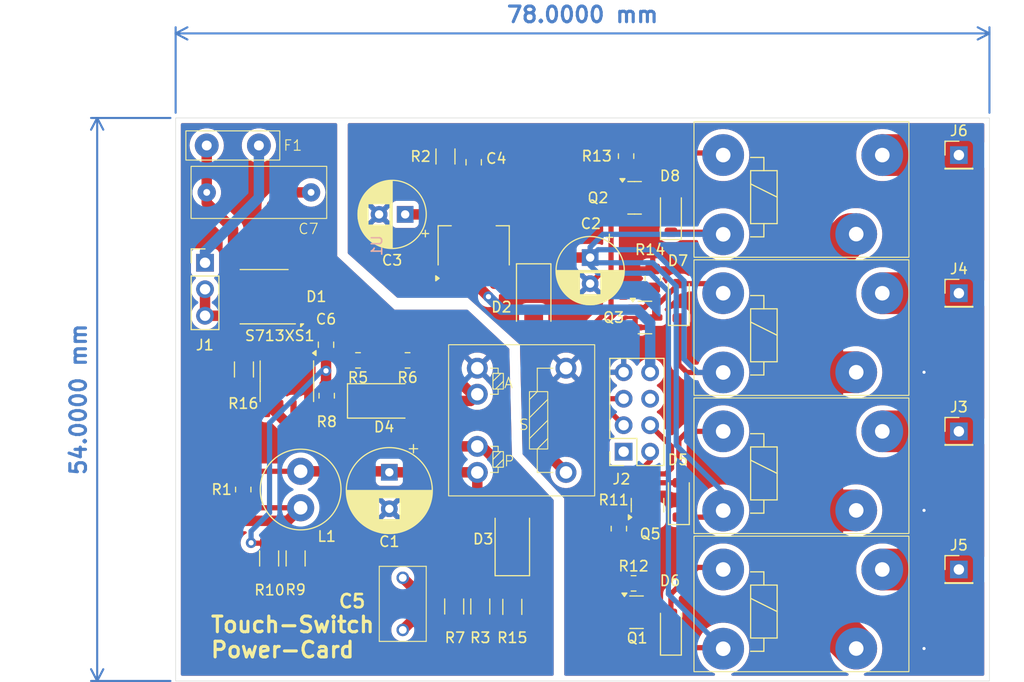
<source format=kicad_pcb>
(kicad_pcb (version 20240108) (generator "pcbnew") (generator_version "8.0")
  (layers (0 "F.Cu" signal) (31 "B.Cu" signal) (34 "B.Paste" user) (35 "F.Paste" user) (36 "B.SilkS" user "B.Silkscreen") (37 "F.SilkS" user "F.Silkscreen") (38 "B.Mask" user) (39 "F.Mask" user) (44 "Edge.Cuts" user))
  (net 0 "")
  (net 1 "GND")
  (net 2 "VCC_IC")
  (net 3 "Net-(C7-Pad1)")
  (net 4 "N")
  (net 5 "Net-(D1-+)")
  (net 6 "+5V")
  (net 7 "Sec")
  (net 8 "Net-(D3-K)")
  (net 9 "Prim")
  (net 10 "Net-(D4-K)")
  (net 11 "Aux")
  (net 12 "Net-(D5-A)")
  (net 13 "Net-(D6-A)")
  (net 14 "Net-(D7-A)")
  (net 15 "Net-(D8-A)")
  (net 16 "L")
  (net 18 "CT4")
  (net 19 "R1")
  (net 20 "R3")
  (net 21 "R4")
  (net 22 "R2")
  (net 23 "310VDC")
  (net 24 "CT3")
  (net 25 "GND2")
  (net 26 "CT2")
  (net 27 "CT1")
  (net 28 "+3.3V")
  (net 29 "Net-(C5-Pad2)")
  (net 30 "Net-(S713XS1-FB)")
  (net 31 "Net-(R10-Pad1)")
  (net 32 "Net-(S713XS1-CS)")
  (net 36 "L1")
  (footprint "Package_SO:SOP-8_3.9x4.9mm_P1.27mm" (layer "F.Cu") (at 161.4325 87.11 -90)
    (property "Reference" "S713XS1" (at -4.36 0.6825 180) (layer "F.SilkS"))
    (property "Value" "~")
    (pad "1" smd roundrect (at -2.625 -1.905 270) (size 1.65 0.6) (layers "F.Cu" "F.Paste" "F.Mask") (net 2 "VCC_IC"))
    (pad "2" smd roundrect (at -2.625 -0.635 270) (size 1.65 0.6) (layers "F.Cu" "F.Paste" "F.Mask") (net 30 "Net-(S713XS1-FB)"))
    (pad "3" smd roundrect (at -2.625 0.635 270) (size 1.65 0.6) (layers "F.Cu" "F.Paste" "F.Mask"))
    (pad "4" smd roundrect (at -2.625 1.905 270) (size 1.65 0.6) (layers "F.Cu" "F.Paste" "F.Mask") (net 32 "Net-(S713XS1-CS)"))
    (pad "5" smd roundrect (at 2.625 1.905 270) (size 1.65 0.6) (layers "F.Cu" "F.Paste" "F.Mask") (net 9 "Prim"))
    (pad "6" smd roundrect (at 2.625 0.635 270) (size 1.65 0.6) (layers "F.Cu" "F.Paste" "F.Mask") (net 9 "Prim"))
    (pad "7" smd roundrect (at 2.625 -0.635 270) (size 1.65 0.6) (layers "F.Cu" "F.Paste" "F.Mask"))
    (pad "8" smd roundrect (at 2.625 -1.905 270) (size 1.65 0.6) (layers "F.Cu" "F.Paste" "F.Mask") (net 1 "GND"))
  )
  (footprint "Connector_PinHeader_2.54mm:PinHeader_1x03_P2.54mm_Vertical" (layer "F.Cu") (at 153.5875 75.75)
    (property "Reference" "J1" (at -0.02 7.89 180) (layer "F.SilkS"))
    (property "Value" "Conn_01x03_Pin")
    (pad "1" thru_hole rect (at 0 0) (size 1.7 1.7) (drill 1) (layers "*.Cu" "*.Mask") (net 36 "L1"))
    (pad "2" thru_hole oval (at 0 2.54) (size 1.7 1.7) (drill 1) (layers "*.Cu" "*.Mask") (net 4 "N"))
    (pad "3" thru_hole oval (at 0 5.08) (size 1.7 1.7) (drill 1) (layers "*.Cu" "*.Mask") (net 4 "N"))
  )
  (footprint "Package_TO_SOT_SMD:SOT-223-3_TabPin2" (layer "F.Cu") (at 179.33762 74.11 90)
    (property "Reference" "U1" (at 0 -9.274524 -90) (layer "B.SilkS") (effects (justify mirror)))
    (property "Value" "SCJT1117B-3.3-A")
    (pad "1" smd roundrect (at -3.15 -2.3 90) (size 2 1.5) (layers "F.Cu" "F.Paste" "F.Mask") (net 25 "GND2"))
    (pad "2" smd roundrect (at -3.15 0 90) (size 2 1.5) (layers "F.Cu" "F.Paste" "F.Mask") (net 28 "+3.3V"))
    (pad "2" smd roundrect (at 3.15 0 90) (size 2 3.8) (layers "F.Cu" "F.Paste" "F.Mask") (net 28 "+3.3V"))
    (pad "3" smd roundrect (at -3.15 2.3 90) (size 2 1.5) (layers "F.Cu" "F.Paste" "F.Mask") (net 6 "+5V"))
  )
  (footprint "Resistor_SMD:R_1206_3216Metric" (layer "F.Cu") (at 179.96875 108.71625 -90)
    (property "Reference" "R3" (at 3 0 180) (layer "F.SilkS"))
    (property "Value" "430K")
    (pad "1" smd roundrect (at -1.4625 0 270) (size 1.125 1.75) (layers "F.Cu" "F.Paste" "F.Mask") (roundrect_rratio 0.222222) (net 23 "310VDC"))
    (pad "2" smd roundrect (at 1.4625 0 270) (size 1.125 1.75) (layers "F.Cu" "F.Paste" "F.Mask") (roundrect_rratio 0.222222) (net 29 "Net-(C5-Pad2)"))
  )
  (footprint "Diode_SMD:D_SMA" (layer "F.Cu") (at 170.75 89)
    (property "Reference" "D4" (at 0 2.5 0) (layer "F.SilkS"))
    (property "Value" "D")
    (pad "1" smd roundrect (at -2 0) (size 2.5 1.8) (layers "F.Cu" "F.Paste" "F.Mask") (roundrect_rratio 0.1388888889) (net 10 "Net-(D4-K)"))
    (pad "2" smd roundrect (at 2 0) (size 2.5 1.8) (layers "F.Cu" "F.Paste" "F.Mask") (roundrect_rratio 0.1388888889) (net 11 "Aux"))
  )
  (footprint "Resistor_SMD:R_0805_2012Metric" (layer "F.Cu") (at 157.25 97.5 -90)
    (property "Reference" "R1" (at 0 2.0675 180) (layer "F.SilkS"))
    (property "Value" "5,6K")
    (pad "1" smd roundrect (at -0.9125 0 270) (size 1.025 1.4) (layers "F.Cu" "F.Paste" "F.Mask") (roundrect_rratio 0.243902) (net 23 "310VDC"))
    (pad "2" smd roundrect (at 0.9125 0 270) (size 1.025 1.4) (layers "F.Cu" "F.Paste" "F.Mask") (roundrect_rratio 0.243902) (net 5 "Net-(D1-+)"))
  )
  (footprint "Resistor_SMD:R_0805_2012Metric" (layer "F.Cu") (at 194.6625 106.5)
    (property "Reference" "R12" (at 0 -1.65 0) (layer "F.SilkS"))
    (property "Value" "10K")
    (pad "1" smd roundrect (at -0.9125 0) (size 1.025 1.4) (layers "F.Cu" "F.Paste" "F.Mask") (roundrect_rratio 0.243902) (net 18 "CT4"))
    (pad "2" smd roundrect (at 0.9125 0) (size 1.025 1.4) (layers "F.Cu" "F.Paste" "F.Mask") (roundrect_rratio 0.243902) (net 25 "GND2"))
  )
  (footprint "Package_TO_SOT_SMD:SOT-23" (layer "F.Cu") (at 196 99 90)
    (property "Reference" "Q5" (at -2.75 0.25 0) (layer "F.SilkS"))
    (property "Value" "MMBT3904")
    (pad "1" smd roundrect (at -0.9375 -0.95 90) (size 1.475 0.6) (layers "F.Cu" "F.Paste" "F.Mask") (net 26 "CT2"))
    (pad "2" smd roundrect (at -0.9375 0.95 90) (size 1.475 0.6) (layers "F.Cu" "F.Paste" "F.Mask") (net 25 "GND2"))
    (pad "3" smd roundrect (at 0.9375 0 90) (size 1.475 0.6) (layers "F.Cu" "F.Paste" "F.Mask") (net 12 "Net-(D5-A)"))
  )
  (footprint "Package_TO_SOT_SMD:SOT-23" (layer "F.Cu") (at 194.945 109.27)
    (property "Reference" "Q1" (at 0.055 2.48 180) (layer "F.SilkS"))
    (property "Value" "MMBT3904")
    (pad "1" smd roundrect (at -0.9375 -0.95) (size 1.475 0.6) (layers "F.Cu" "F.Paste" "F.Mask") (net 18 "CT4"))
    (pad "2" smd roundrect (at -0.9375 0.95) (size 1.475 0.6) (layers "F.Cu" "F.Paste" "F.Mask") (net 25 "GND2"))
    (pad "3" smd roundrect (at 0.9375 0) (size 1.475 0.6) (layers "F.Cu" "F.Paste" "F.Mask") (net 13 "Net-(D6-A)"))
  )
  (footprint "Capacitor_THT:CP_Radial_D6.3mm_P2.50mm" (layer "F.Cu") (at 172.77 71.11 180)
    (property "Reference" "C3" (at 1.25 -4.4 180) (layer "F.SilkS"))
    (property "Value" "330µF - 10V")
    (pad "1" thru_hole rect (at 0 0 180) (size 1.6 1.6) (drill 0.8) (layers "*.Cu" "*.Mask") (net 28 "+3.3V"))
    (pad "2" thru_hole circle (at 2.5 0 180) (size 1.6 1.6) (drill 0.8) (layers "*.Cu" "*.Mask") (net 25 "GND2"))
  )
  (footprint "Resistor_SMD:R_1206_3216Metric" (layer "F.Cu") (at 183.03875 108.75375 90)
    (property "Reference" "R15" (at -2.9625 0 0) (layer "F.SilkS"))
    (property "Value" "100")
    (pad "1" smd roundrect (at -1.4625 0 90) (size 1.125 1.75) (layers "F.Cu" "F.Paste" "F.Mask") (roundrect_rratio 0.222222) (net 29 "Net-(C5-Pad2)"))
    (pad "2" smd roundrect (at 1.4625 0 90) (size 1.125 1.75) (layers "F.Cu" "F.Paste" "F.Mask") (roundrect_rratio 0.222222) (net 8 "Net-(D3-K)"))
  )
  (footprint "Inductor_THT:L_Radial_D7.5mm_P3.50mm_Fastron_07P" (layer "F.Cu") (at 162.75 99.25 90)
    (property "Reference" "L1" (at -2.75 2.5 0) (layer "F.SilkS"))
    (property "Value" "3.0mH")
    (pad "1" thru_hole circle (at 0 0 90) (size 2.6 2.6) (drill 1.3) (layers "*.Cu" "*.Mask") (net 5 "Net-(D1-+)"))
    (pad "2" thru_hole circle (at 3.5 0 90) (size 2.6 2.6) (drill 1.3) (layers "*.Cu" "*.Mask") (net 23 "310VDC"))
  )
  (footprint "Diode_SMD:D_SOD-123" (layer "F.Cu") (at 199 79.4 90)
    (property "Reference" "D7" (at 3.85 -0.09 0) (layer "F.SilkS"))
    (property "Value" "D")
    (pad "1" smd roundrect (at -1.65 0 90) (size 0.9 1.2) (layers "F.Cu" "F.Paste" "F.Mask") (net 6 "+5V"))
    (pad "2" smd roundrect (at 1.65 0 90) (size 0.9 1.2) (layers "F.Cu" "F.Paste" "F.Mask") (net 14 "Net-(D7-A)"))
  )
  (footprint "Capacitor_SMD:C_0805_2012Metric" (layer "F.Cu") (at 165.1825 83.61 90)
    (property "Reference" "C6" (at 2.45 0 0) (layer "F.SilkS"))
    (property "Value" "4,7µF - 25V")
    (pad "1" smd roundrect (at -0.95 0 90) (size 1 1.45) (layers "F.Cu" "F.Paste" "F.Mask") (net 2 "VCC_IC"))
    (pad "2" smd roundrect (at 0.95 0 90) (size 1 1.45) (layers "F.Cu" "F.Paste" "F.Mask") (net 1 "GND"))
  )
  (footprint "Resistor_SMD:R_0805_2012Metric" (layer "F.Cu") (at 196.5 77.25 90)
    (property "Reference" "R14" (at 2.75 -0.25 0) (layer "F.SilkS"))
    (property "Value" "10K")
    (pad "1" smd roundrect (at -0.9125 0 90) (size 1.025 1.4) (layers "F.Cu" "F.Paste" "F.Mask") (roundrect_rratio 0.243902) (net 27 "CT1"))
    (pad "2" smd roundrect (at 0.9125 0 90) (size 1.025 1.4) (layers "F.Cu" "F.Paste" "F.Mask") (roundrect_rratio 0.243902) (net 25 "GND2"))
  )
  (footprint "footprint:transformer" (layer "F.Cu") (at 183.9325 90.86 90)
    (property "Reference" "T1" (hide yes))
    (property "Value" "Transformer_1P_2S" (hide yes))
    (fp_text user "A" (at 3 -1.75 0) (layer "F.SilkS") (effects (font (thickness 0.1)) (justify left bottom)))
    (fp_text user "S" (at 0.25 0.75 180) (layer "F.SilkS") (effects (font (thickness 0.1)) (justify left bottom)))
    (fp_text user "P" (at -4.5 -1.75 0) (layer "F.SilkS") (effects (font (thickness 0.1)) (justify left bottom)))
    (pad "1" thru_hole circle (at -5 -4.25 90) (size 2 2) (drill 1.2) (layers "*.Cu" "*.Mask") (net 23 "310VDC"))
    (pad "2" thru_hole circle (at -2.5 -4.25 90) (size 2 2) (drill 1.2) (layers "*.Cu" "*.Mask") (net 9 "Prim"))
    (pad "3" thru_hole circle (at -5 4.25 90) (size 2 2) (drill 1.2) (layers "*.Cu" "*.Mask") (net 7 "Sec"))
    (pad "4" thru_hole circle (at 5 4.25 90) (size 2 2) (drill 1.2) (layers "*.Cu" "*.Mask") (net 25 "GND2"))
    (pad "5" thru_hole circle (at 2.5 -4.25 90) (size 2 2) (drill 1.2) (layers "*.Cu" "*.Mask") (net 11 "Aux"))
    (pad "6" thru_hole circle (at 5 -4.25 90) (size 2 2) (drill 1.2) (layers "*.Cu" "*.Mask") (net 1 "GND"))
  )
  (footprint "Connector_PinSocket_2.54mm:PinSocket_2x04_P2.54mm_Vertical" (layer "F.Cu") (at 193.71 93.87 180)
    (property "Reference" "J2" (at 0.21 -2.63 0) (layer "F.SilkS"))
    (property "Value" "Conn_02x04_Counter_Clockwise")
    (pad "1" thru_hole rect (at 0 0 180) (size 1.7 1.7) (drill 1) (layers "*.Cu" "*.Mask"))
    (pad "2" thru_hole oval (at -2.54 0 180) (size 1.7 1.7) (drill 1) (layers "*.Cu" "*.Mask") (net 18 "CT4"))
    (pad "3" thru_hole oval (at 0 2.54 180) (size 1.7 1.7) (drill 1) (layers "*.Cu" "*.Mask") (net 24 "CT3"))
    (pad "4" thru_hole oval (at -2.54 2.54 180) (size 1.7 1.7) (drill 1) (layers "*.Cu" "*.Mask") (net 26 "CT2"))
    (pad "5" thru_hole oval (at 0 5.08 180) (size 1.7 1.7) (drill 1) (layers "*.Cu" "*.Mask") (net 27 "CT1"))
    (pad "6" thru_hole oval (at -2.54 5.08 180) (size 1.7 1.7) (drill 1) (layers "*.Cu" "*.Mask"))
    (pad "7" thru_hole oval (at 0 7.62 180) (size 1.7 1.7) (drill 1) (layers "*.Cu" "*.Mask") (net 25 "GND2"))
    (pad "8" thru_hole oval (at -2.54 7.62 180) (size 1.7 1.7) (drill 1) (layers "*.Cu" "*.Mask") (net 28 "+3.3V"))
  )
  (footprint "footprint:MKP-X2-100NR10310" (layer "F.Cu") (at 158.75 69)
    (property "Reference" "C7" (at 4.75 3.5 0) (layer "F.SilkS") (effects (font (thickness 0.1))))
    (property "Value" "100nF - 400V")
    (pad "1" thru_hole circle (at -5 0) (size 1.75 1.75) (drill 0.65) (layers "*.Cu" "*.Mask") (net 3 "Net-(C7-Pad1)"))
    (pad "2" thru_hole circle (at 5 0) (size 1.75 1.75) (drill 0.65) (layers "*.Cu" "*.Mask") (net 4 "N"))
  )
  (footprint "Connector_PinHeader_2.54mm:PinHeader_1x01_P2.54mm_Vertical" (layer "F.Cu") (at 225.84 65.42)
    (property "Reference" "J6" (at 0 -2.33 0) (layer "F.SilkS"))
    (property "Value" "Conn_01x01_Pin")
    (pad "1" thru_hole rect (at 0 0) (size 1.7 1.7) (drill 1) (layers "*.Cu" "*.Mask") (net 21 "R4"))
  )
  (footprint "Resistor_SMD:R_0805_2012Metric" (layer "F.Cu") (at 168.25 85.11 180)
    (property "Reference" "R5" (at 0 -1.65 180) (layer "F.SilkS"))
    (property "Value" " 3,9K")
    (pad "1" smd roundrect (at -0.9125 0 180) (size 1.025 1.4) (layers "F.Cu" "F.Paste" "F.Mask") (roundrect_rratio 0.243902) (net 30 "Net-(S713XS1-FB)"))
    (pad "2" smd roundrect (at 0.9125 0 180) (size 1.025 1.4) (layers "F.Cu" "F.Paste" "F.Mask") (roundrect_rratio 0.243902) (net 1 "GND"))
  )
  (footprint "footprint:relay" (layer "F.Cu") (at 210.75 95.25)
    (property "Reference" "K1" (hide yes))
    (property "Value" "Relay_SPST-NO" (hide yes))
    (pad "13" thru_hole circle (at 5.25 4.25) (size 4 4) (drill 1.4) (layers "*.Cu" "*.Mask") (net 16 "L"))
    (pad "14" thru_hole circle (at 7.75 -3.33) (size 4 4) (drill 1.4) (layers "*.Cu" "*.Mask") (net 19 "R1"))
    (pad "A1" thru_hole circle (at -7.5 4.27) (size 4 4) (drill 1.4) (layers "*.Cu" "*.Mask") (net 6 "+5V"))
    (pad "A2" thru_hole circle (at -7.5 -3.33) (size 4 4) (drill 1.4) (layers "*.Cu" "*.Mask") (net 12 "Net-(D5-A)"))
  )
  (footprint "Package_TO_SOT_SMD:SOT-23" (layer "F.Cu") (at 195.75 81)
    (property "Reference" "Q3" (at -3 0 180) (layer "F.SilkS"))
    (property "Value" "MMBT3904")
    (pad "1" smd roundrect (at -0.9375 -0.95) (size 1.475 0.6) (layers "F.Cu" "F.Paste" "F.Mask") (net 27 "CT1"))
    (pad "2" smd roundrect (at -0.9375 0.95) (size 1.475 0.6) (layers "F.Cu" "F.Paste" "F.Mask") (net 25 "GND2"))
    (pad "3" smd roundrect (at 0.9375 0) (size 1.475 0.6) (layers "F.Cu" "F.Paste" "F.Mask") (net 14 "Net-(D7-A)"))
  )
  (footprint "Package_TO_SOT_SMD:SOT-23" (layer "F.Cu") (at 194.7575 69.52)
    (property "Reference" "Q2" (at -3.5075 0 180) (layer "F.SilkS"))
    (property "Value" "MMBT3904")
    (pad "1" smd roundrect (at -0.9375 -0.95) (size 1.475 0.6) (layers "F.Cu" "F.Paste" "F.Mask") (net 24 "CT3"))
    (pad "2" smd roundrect (at -0.9375 0.95) (size 1.475 0.6) (layers "F.Cu" "F.Paste" "F.Mask") (net 25 "GND2"))
    (pad "3" smd roundrect (at 0.9375 0) (size 1.475 0.6) (layers "F.Cu" "F.Paste" "F.Mask") (net 15 "Net-(D8-A)"))
  )
  (footprint "Resistor_SMD:R_0805_2012Metric" (layer "F.Cu") (at 193.945 65.52 90)
    (property "Reference" "R13" (at 0 -2.815 0) (layer "F.SilkS"))
    (property "Value" "10K")
    (pad "1" smd roundrect (at -0.9125 0 90) (size 1.025 1.4) (layers "F.Cu" "F.Paste" "F.Mask") (roundrect_rratio 0.243902) (net 24 "CT3"))
    (pad "2" smd roundrect (at 0.9125 0 90) (size 1.025 1.4) (layers "F.Cu" "F.Paste" "F.Mask") (roundrect_rratio 0.243902) (net 25 "GND2"))
  )
  (footprint "Connector_PinHeader_2.54mm:PinHeader_1x01_P2.54mm_Vertical" (layer "F.Cu") (at 225.84 78.67)
    (property "Reference" "J4" (at 0 -2.33 0) (layer "F.SilkS"))
    (property "Value" "Conn_01x01_Pin")
    (pad "1" thru_hole rect (at 0 0) (size 1.7 1.7) (drill 1) (layers "*.Cu" "*.Mask") (net 22 "R2"))
  )
  (footprint "Capacitor_THT:CP_Radial_D8.0mm_P3.50mm" (layer "F.Cu") (at 171.25 95.847349 -90)
    (property "Reference" "C1" (at 6.652651 0 180) (layer "F.SilkS"))
    (property "Value" "2,2µF - 400V")
    (pad "1" thru_hole rect (at 0 0 270) (size 1.6 1.6) (drill 0.8) (layers "*.Cu" "*.Mask") (net 23 "310VDC"))
    (pad "2" thru_hole circle (at 3.5 0 270) (size 1.6 1.6) (drill 0.8) (layers "*.Cu" "*.Mask") (net 1 "GND"))
  )
  (footprint "Resistor_SMD:R_0805_2012Metric" (layer "F.Cu") (at 193.25 101.25 -90)
    (property "Reference" "R11" (at -2.75 0.5 180) (layer "F.SilkS"))
    (property "Value" "10K")
    (pad "1" smd roundrect (at -0.9125 0 270) (size 1.025 1.4) (layers "F.Cu" "F.Paste" "F.Mask") (roundrect_rratio 0.243902) (net 26 "CT2"))
    (pad "2" smd roundrect (at 0.9125 0 270) (size 1.025 1.4) (layers "F.Cu" "F.Paste" "F.Mask") (roundrect_rratio 0.243902) (net 25 "GND2"))
  )
  (footprint "footprint:relay" (layer "F.Cu") (at 210.75 108.5)
    (property "Reference" "K2" (hide yes))
    (property "Value" "Relay_SPST-NO" (hide yes))
    (pad "13" thru_hole circle (at 5.25 4.25) (size 4 4) (drill 1.4) (layers "*.Cu" "*.Mask") (net 16 "L"))
    (pad "14" thru_hole circle (at 7.75 -3.33) (size 4 4) (drill 1.4) (layers "*.Cu" "*.Mask") (net 20 "R3"))
    (pad "A1" thru_hole circle (at -7.5 4.27) (size 4 4) (drill 1.4) (layers "*.Cu" "*.Mask") (net 6 "+5V"))
    (pad "A2" thru_hole circle (at -7.5 -3.33) (size 4 4) (drill 1.4) (layers "*.Cu" "*.Mask") (net 13 "Net-(D6-A)"))
  )
  (footprint "Diode_SMD:D_SMA" (layer "F.Cu") (at 183.03875 102.25375 90)
    (property "Reference" "D3" (at 0.00375 -2.78875 0) (layer "F.SilkS"))
    (property "Value" "D")
    (pad "1" smd roundrect (at -2 0 90) (size 2.5 1.8) (layers "F.Cu" "F.Paste" "F.Mask") (roundrect_rratio 0.1388888889) (net 8 "Net-(D3-K)"))
    (pad "2" smd roundrect (at 2 0 90) (size 2.5 1.8) (layers "F.Cu" "F.Paste" "F.Mask") (roundrect_rratio 0.1388888889) (net 9 "Prim"))
  )
  (footprint "Resistor_SMD:R_1206_3216Metric" (layer "F.Cu") (at 176.63262 65.555476 90)
    (property "Reference" "R2" (at 0 -2.38262 0) (layer "F.SilkS"))
    (property "Value" "1K")
    (pad "1" smd roundrect (at -1.4625 0 90) (size 1.125 1.75) (layers "F.Cu" "F.Paste" "F.Mask") (roundrect_rratio 0.222222) (net 28 "+3.3V"))
    (pad "2" smd roundrect (at 1.4625 0 90) (size 1.125 1.75) (layers "F.Cu" "F.Paste" "F.Mask") (roundrect_rratio 0.222222) (net 25 "GND2"))
  )
  (footprint "footprint:relay" (layer "F.Cu") (at 210.75 68.75)
    (property "Reference" "K3" (hide yes))
    (property "Value" "Relay_SPST-NO" (hide yes))
    (pad "13" thru_hole circle (at 5.25 4.25) (size 4 4) (drill 1.4) (layers "*.Cu" "*.Mask") (net 16 "L"))
    (pad "14" thru_hole circle (at 7.75 -3.33) (size 4 4) (drill 1.4) (layers "*.Cu" "*.Mask") (net 21 "R4"))
    (pad "A1" thru_hole circle (at -7.5 4.27) (size 4 4) (drill 1.4) (layers "*.Cu" "*.Mask") (net 6 "+5V"))
    (pad "A2" thru_hole circle (at -7.5 -3.33) (size 4 4) (drill 1.4) (layers "*.Cu" "*.Mask") (net 15 "Net-(D8-A)"))
  )
  (footprint "Resistor_SMD:R_1206_3216Metric" (layer "F.Cu") (at 157.3175 85.985 -90)
    (property "Reference" "R16" (at 3.265 0.0675 180) (layer "F.SilkS"))
    (property "Value" "1,5R")
    (pad "1" smd roundrect (at -1.4625 0 270) (size 1.125 1.75) (layers "F.Cu" "F.Paste" "F.Mask") (roundrect_rratio 0.222222) (net 32 "Net-(S713XS1-CS)"))
    (pad "2" smd roundrect (at 1.4625 0 270) (size 1.125 1.75) (layers "F.Cu" "F.Paste" "F.Mask") (roundrect_rratio 0.222222) (net 1 "GND"))
  )
  (footprint "footprint:fuse" (layer "F.Cu") (at 156.75 64.5 180)
    (property "Reference" "F1" (at -5.25 0 0) (layer "F.SilkS") (effects (font (thickness 0.1))))
    (property "Value" "68R")
    (pad "1" thru_hole circle (at -2 0 180) (size 2.286 2.286) (drill 0.95) (layers "*.Cu" "*.Mask") (net 36 "L1"))
    (pad "2" thru_hole circle (at 3 0 180) (size 2.286 2.286) (drill 0.95) (layers "*.Cu" "*.Mask") (net 3 "Net-(C7-Pad1)"))
  )
  (footprint "Resistor_SMD:R_0805_2012Metric" (layer "F.Cu") (at 173 85.11 180)
    (property "Reference" "R6" (at 0 -1.65 180) (layer "F.SilkS"))
    (property "Value" "24K")
    (pad "1" smd roundrect (at -0.9125 0 180) (size 1.025 1.4) (layers "F.Cu" "F.Paste" "F.Mask") (roundrect_rratio 0.243902) (net 11 "Aux"))
    (pad "2" smd roundrect (at 0.9125 0 180) (size 1.025 1.4) (layers "F.Cu" "F.Paste" "F.Mask") (roundrect_rratio 0.243902) (net 30 "Net-(S713XS1-FB)"))
  )
  (footprint "footprint:PFR5101J400J11L4BULK" (layer "F.Cu") (at 172.53875 105.96625 -90)
    (property "Reference" "C5" (at 2.25 4.85625 180) (layer "F.SilkS") (effects (font (size 1.27 1.27) (thickness 0.254))))
    (property "Value" "100pF - 400V" (hide yes))
    (pad "1" thru_hole circle (at 0 0 270) (size 1.2 1.2) (drill 0.75) (layers "*.Cu" "*.Mask") (net 23 "310VDC"))
    (pad "2" thru_hole circle (at 5 0 270) (size 1.2 1.2) (drill 0.75) (layers "*.Cu" "*.Mask") (net 29 "Net-(C5-Pad2)"))
  )
  (footprint "Resistor_SMD:R_1206_3216Metric" (layer "F.Cu") (at 162.27 104.11 -90)
    (property "Reference" "R9" (at 3 0 180) (layer "F.SilkS"))
    (property "Value" "2M")
    (pad "1" smd roundrect (at -1.4625 0 270) (size 1.125 1.75) (layers "F.Cu" "F.Paste" "F.Mask") (roundrect_rratio 0.222222) (net 23 "310VDC"))
    (pad "2" smd roundrect (at 1.4625 0 270) (size 1.125 1.75) (layers "F.Cu" "F.Paste" "F.Mask") (roundrect_rratio 0.222222) (net 31 "Net-(R10-Pad1)"))
  )
  (footprint "Connector_PinHeader_2.54mm:PinHeader_1x01_P2.54mm_Vertical" (layer "F.Cu") (at 225.84 105.17)
    (property "Reference" "J5" (at 0 -2.33 0) (layer "F.SilkS"))
    (property "Value" "Conn_01x01_Pin")
    (pad "1" thru_hole rect (at 0 0) (size 1.7 1.7) (drill 1) (layers "*.Cu" "*.Mask") (net 20 "R3"))
  )
  (footprint "Capacitor_THT:CP_Radial_D6.3mm_P2.50mm" (layer "F.Cu") (at 190.5 75.25 -90)
    (property "Reference" "C2" (at -3.25 -0.06762 180) (layer "F.SilkS"))
    (property "Value" "470µF - 10V")
    (pad "1" thru_hole rect (at 0 0 270) (size 1.6 1.6) (drill 0.8) (layers "*.Cu" "*.Mask") (net 6 "+5V"))
    (pad "2" thru_hole circle (at 2.5 0 270) (size 1.6 1.6) (drill 0.8) (layers "*.Cu" "*.Mask") (net 25 "GND2"))
  )
  (footprint "Resistor_SMD:R_0805_2012Metric" (layer "F.Cu") (at 165.25 88.5 -90)
    (property "Reference" "R8" (at 2.5 0 180) (layer "F.SilkS"))
    (property "Value" "100")
    (pad "1" smd roundrect (at -0.9125 0 270) (size 1.025 1.4) (layers "F.Cu" "F.Paste" "F.Mask") (roundrect_rratio 0.243902) (net 2 "VCC_IC"))
    (pad "2" smd roundrect (at 0.9125 0 270) (size 1.025 1.4) (layers "F.Cu" "F.Paste" "F.Mask") (roundrect_rratio 0.243902) (net 10 "Net-(D4-K)"))
  )
  (footprint "Diode_SMD:Diode_Bridge_Diotec_ABS" (layer "F.Cu") (at 159.25 79 180)
    (property "Reference" "D1" (at -5 0 180) (layer "F.SilkS"))
    (property "Value" "D_Bridge_+-AA")
    (pad "1" smd rect (at -2.975 -2 180) (size 1 0.7) (layers "F.Cu" "F.Paste" "F.Mask") (net 5 "Net-(D1-+)"))
    (pad "2" smd rect (at -2.975 2 180) (size 1 0.7) (layers "F.Cu" "F.Paste" "F.Mask") (net 1 "GND"))
    (pad "3" smd rect (at 2.975 2 180) (size 1 0.7) (layers "F.Cu" "F.Paste" "F.Mask") (net 3 "Net-(C7-Pad1)"))
    (pad "4" smd rect (at 2.975 -2 180) (size 1 0.7) (layers "F.Cu" "F.Paste" "F.Mask") (net 4 "N"))
  )
  (footprint "Connector_PinHeader_2.54mm:PinHeader_1x01_P2.54mm_Vertical" (layer "F.Cu") (at 225.84 91.92)
    (property "Reference" "J3" (at 0 -2.33 0) (layer "F.SilkS"))
    (property "Value" "Conn_01x01_Pin")
    (pad "1" thru_hole rect (at 0 0) (size 1.7 1.7) (drill 1) (layers "*.Cu" "*.Mask") (net 19 "R1"))
  )
  (footprint "Resistor_SMD:R_1206_3216Metric" (layer "F.Cu") (at 177.46875 108.71625 -90)
    (property "Reference" "R7" (at 3 -0.07 180) (layer "F.SilkS"))
    (property "Value" "430K")
    (pad "1" smd roundrect (at -1.4625 0 270) (size 1.125 1.75) (layers "F.Cu" "F.Paste" "F.Mask") (roundrect_rratio 0.222222) (net 23 "310VDC"))
    (pad "2" smd roundrect (at 1.4625 0 270) (size 1.125 1.75) (layers "F.Cu" "F.Paste" "F.Mask") (roundrect_rratio 0.222222) (net 29 "Net-(C5-Pad2)"))
  )
  (footprint "Diode_SMD:D_SOD-123" (layer "F.Cu") (at 198.24 111.02 90)
    (property "Reference" "D6" (at 4.77 -0.09 0) (layer "F.SilkS"))
    (property "Value" "D")
    (pad "1" smd roundrect (at -1.65 0 90) (size 0.9 1.2) (layers "F.Cu" "F.Paste" "F.Mask") (net 6 "+5V"))
    (pad "2" smd roundrect (at 1.65 0 90) (size 0.9 1.2) (layers "F.Cu" "F.Paste" "F.Mask") (net 13 "Net-(D6-A)"))
  )
  (footprint "Resistor_SMD:R_1206_3216Metric" (layer "F.Cu") (at 159.73 104.11 90)
    (property "Reference" "R10" (at -3.0375 0.04 0) (layer "F.SilkS"))
    (property "Value" "2M")
    (pad "1" smd roundrect (at -1.4625 0 90) (size 1.125 1.75) (layers "F.Cu" "F.Paste" "F.Mask") (roundrect_rratio 0.222222) (net 31 "Net-(R10-Pad1)"))
    (pad "2" smd roundrect (at 1.4625 0 90) (size 1.125 1.75) (layers "F.Cu" "F.Paste" "F.Mask") (roundrect_rratio 0.222222) (net 2 "VCC_IC"))
  )
  (footprint "footprint:relay" (layer "F.Cu") (at 210.75 82)
    (property "Reference" "K4" (hide yes))
    (property "Value" "Relay_SPST-NO" (hide yes))
    (pad "13" thru_hole circle (at 5.25 4.25) (size 4 4) (drill 1.4) (layers "*.Cu" "*.Mask") (net 16 "L"))
    (pad "14" thru_hole circle (at 7.75 -3.33) (size 4 4) (drill 1.4) (layers "*.Cu" "*.Mask") (net 22 "R2"))
    (pad "A1" thru_hole circle (at -7.5 4.27) (size 4 4) (drill 1.4) (layers "*.Cu" "*.Mask") (net 6 "+5V"))
    (pad "A2" thru_hole circle (at -7.5 -3.33) (size 4 4) (drill 1.4) (layers "*.Cu" "*.Mask") (net 14 "Net-(D7-A)"))
  )
  (footprint "Diode_SMD:D_SMA" (layer "F.Cu") (at 185.08762 79.36 -90)
    (property "Reference" "D2" (at 0.64 3.08762 180) (layer "F.SilkS"))
    (property "Value" "D")
    (pad "1" smd roundrect (at -2 0 270) (size 2.5 1.8) (layers "F.Cu" "F.Paste" "F.Mask") (roundrect_rratio 0.1388888889) (net 6 "+5V"))
    (pad "2" smd roundrect (at 2 0 270) (size 2.5 1.8) (layers "F.Cu" "F.Paste" "F.Mask") (roundrect_rratio 0.1388888889) (net 7 "Sec"))
  )
  (footprint "Capacitor_SMD:C_0805_2012Metric" (layer "F.Cu") (at 179.33762 66.11 90)
    (property "Reference" "C4" (at 0.36 2.16238 0) (layer "F.SilkS"))
    (property "Value" "100nF - 10V")
    (pad "1" smd roundrect (at -0.95 0 90) (size 1 1.45) (layers "F.Cu" "F.Paste" "F.Mask") (net 28 "+3.3V"))
    (pad "2" smd roundrect (at 0.95 0 90) (size 1 1.45) (layers "F.Cu" "F.Paste" "F.Mask") (net 25 "GND2"))
  )
  (footprint "Diode_SMD:D_SOD-123" (layer "F.Cu") (at 199 98.5 90)
    (property "Reference" "D5" (at 3.85 -0.09 0) (layer "F.SilkS"))
    (property "Value" "D")
    (pad "1" smd roundrect (at -1.65 0 90) (size 0.9 1.2) (layers "F.Cu" "F.Paste" "F.Mask") (net 6 "+5V"))
    (pad "2" smd roundrect (at 1.65 0 90) (size 0.9 1.2) (layers "F.Cu" "F.Paste" "F.Mask") (net 12 "Net-(D5-A)"))
  )
  (footprint "Diode_SMD:D_SOD-123" (layer "F.Cu") (at 198.24 71.17 90)
    (property "Reference" "D8" (at 3.75 -0.09 0) (layer "F.SilkS"))
    (property "Value" "D")
    (pad "1" smd roundrect (at -1.65 0 90) (size 0.9 1.2) (layers "F.Cu" "F.Paste" "F.Mask") (net 6 "+5V"))
    (pad "2" smd roundrect (at 1.65 0 90) (size 0.9 1.2) (layers "F.Cu" "F.Paste" "F.Mask") (net 15 "Net-(D8-A)"))
  )
  (gr_rect (start 150.77 61.86) (end 228.77 115.86) (stroke (width 0.05)) (fill none) (layer "Edge.Cuts"))
  (gr_text "Touch-Switch\nPower-Card" (at 154 113.75 0) (layer "F.SilkS") (effects (font (size 1.5 1.5) (thickness 0.3) (bold yes)) (justify left bottom)))
  (dimension (type aligned) (layer "B.Cu") (pts (xy 150.77 61.86) (xy 228.77 61.86)) (height -8.11) (gr_text "78,0000 mm" (at 189.77 51.95 0) (layer "B.Cu") (effects (font (size 1.5 1.5) (thickness 0.3)))) (format (prefix "") (suffix "") (units 3) (units_format 1) (precision 4)) (style (thickness 0.2) (arrow_length 1.27) (text_position_mode 0) (extension_height 0.58642) (extension_offset 0.5) keep_text_aligned))
  (dimension (type aligned) (layer "B.Cu") (pts (xy 150.77 61.86) (xy 150.77 115.86)) (height 7.519999) (gr_text "54,0000 mm" (at 141.450001 88.86 90) (layer "B.Cu") (effects (font (size 1.5 1.5) (thickness 0.3)))) (format (prefix "") (suffix "") (units 3) (units_format 1) (precision 4)) (style (thickness 0.2) (arrow_length 1.27) (text_position_mode 0) (extension_height 0.58642) (extension_offset 0.5) keep_text_aligned))
  (segment (start 158.0375 102.6475) (end 158 102.61) (width 0.5) (layer "F.Cu") (net 2))
  (segment (start 165.1825 84.56) (end 165.1825 87.2725) (width 1) (layer "F.Cu") (net 2))
  (segment (start 165.1825 84.56) (end 163.4125 84.56) (width 1) (layer "F.Cu") (net 2))
  (segment (start 159.73 102.6475) (end 158.0375 102.6475) (width 0.5) (layer "F.Cu") (net 2))
  (segment (start 163.4125 84.56) (end 163.3375 84.485) (width 1) (layer "F.Cu") (net 2))
  (via (at 165.1825 86.11) (size 1) (drill 0.5) (layers "F.Cu" "B.Cu") (net 2))
  (via (at 158 102.61) (size 1) (drill 0.5) (layers "F.Cu" "B.Cu") (net 2))
  (segment (start 158 102.61) (end 158 101.5) (width 0.5) (layer "B.Cu") (net 2))
  (segment (start 164.777275 86.11) (end 165.1825 86.11) (width 0.5) (layer "B.Cu") (net 2))
  (segment (start 159.77 99.73) (end 159.77 91.117275) (width 0.5) (layer "B.Cu") (net 2))
  (segment (start 158 101.5) (end 159.77 99.73) (width 0.5) (layer "B.Cu") (net 2))
  (segment (start 159.77 91.117275) (end 164.777275 86.11) (width 0.5) (layer "B.Cu") (net 2))
  (segment (start 153.75 69) (end 153.75 70) (width 1) (layer "F.Cu") (net 3))
  (segment (start 156.275 72.525) (end 156.275 77) (width 1) (layer "F.Cu") (net 3))
  (segment (start 153.75 64.5) (end 153.75 69) (width 1) (layer "F.Cu") (net 3))
  (segment (start 153.75 70) (end 156.275 72.525) (width 1) (layer "F.Cu") (net 3))
  (segment (start 160 70.25) (end 160 80.25) (width 1) (layer "F.Cu") (net 4))
  (segment (start 153.5875 80.83) (end 156.105 80.83) (width 1) (layer "F.Cu") (net 4))
  (segment (start 159.25 81) (end 156.275 81) (width 1) (layer "F.Cu") (net 4))
  (segment (start 156.105 80.83) (end 156.275 81) (width 1) (layer "F.Cu") (net 4))
  (segment (start 163.75 69) (end 161.25 69) (width 1) (layer "F.Cu") (net 4))
  (segment (start 161.25 69) (end 160 70.25) (width 1) (layer "F.Cu") (net 4))
  (segment (start 153.5875 78.29) (end 153.5875 80.83) (width 1) (layer "F.Cu") (net 4))
  (segment (start 160 80.25) (end 159.25 81) (width 1) (layer "F.Cu") (net 4))
  (segment (start 161.5 100.5) (end 162.75 99.25) (width 1) (layer "F.Cu") (net 5))
  (segment (start 158 99.25) (end 162.75 99.25) (width 0.5) (layer "F.Cu") (net 5))
  (segment (start 155.25 98.5) (end 157.25 100.5) (width 1) (layer "F.Cu") (net 5))
  (segment (start 156.25 82.75) (end 155.25 83.75) (width 1) (layer "F.Cu") (net 5))
  (segment (start 162.225 81) (end 160.475 82.75) (width 1) (layer "F.Cu") (net 5))
  (segment (start 157.25 100.5) (end 161.5 100.5) (width 1) (layer "F.Cu") (net 5))
  (segment (start 157.25 98.5) (end 158 99.25) (width 0.5) (layer "F.Cu") (net 5))
  (segment (start 155.25 83.75) (end 155.25 98.5) (width 1) (layer "F.Cu") (net 5))
  (segment (start 160.475 82.75) (end 156.25 82.75) (width 1) (layer "F.Cu") (net 5))
  (segment (start 157.25 98.4125) (end 157.25 98.5) (width 0.5) (layer "F.Cu") (net 5))
  (segment (start 202.62 100.15) (end 203.25 99.52) (width 0.5) (layer "F.Cu") (net 6))
  (segment (start 199 100.15) (end 202.62 100.15) (width 0.5) (layer "F.Cu") (net 6))
  (segment (start 185.08762 77.36) (end 185.08762 76.41238) (width 1) (layer "F.Cu") (net 6))
  (segment (start 185.08762 76.41238) (end 186.25 75.25) (width 1) (layer "F.Cu") (net 6))
  (segment (start 199 85.5) (end 199.77 86.27) (width 0.5) (layer "F.Cu") (net 6))
  (segment (start 203.15 112.67) (end 203.25 112.77) (width 0.5) (layer "F.Cu") (net 6))
  (segment (start 203.05 72.82) (end 203.25 73.02) (width 0.5) (layer "F.Cu") (net 6))
  (segment (start 185.08762 77.36) (end 181.73762 77.36) (width 1) (layer "F.Cu") (net 6))
  (segment (start 198.24 72.82) (end 203.05 72.82) (width 0.5) (layer "F.Cu") (net 6))
  (segment (start 181.73762 77.36) (end 181.63762 77.26) (width 1) (layer "F.Cu") (net 6))
  (segment (start 198.24 112.67) (end 203.15 112.67) (width 0.5) (layer "F.Cu") (net 6))
  (segment (start 199.77 86.27) (end 203.25 86.27) (width 0.5) (layer "F.Cu") (net 6))
  (segment (start 186.25 75.25) (end 190.5 75.25) (width 1) (layer "F.Cu") (net 6))
  (segment (start 199 81.05) (end 199 85.5) (width 0.5) (layer "F.Cu") (net 6))
  (segment (start 199.5 77.5) (end 196.5 74.5) (width 0.5) (layer "B.Cu") (net 6))
  (segment (start 203.25 99.52) (end 203.25 97.75) (width 0.5) (layer "B.Cu") (net 6))
  (segment (start 198 78.5) (end 196.25 76.75) (width 0.5) (layer "B.Cu") (net 6))
  (segment (start 203.25 112.77) (end 198 107.52) (width 0.5) (layer "B.Cu") (net 6))
  (segment (start 200.77 86.27) (end 199.5 85) (width 0.5) (layer "B.Cu") (net 6))
  (segment (start 196.5 75.75) (end 191 75.75) (width 0.5) (layer "B.Cu") (net 6))
  (segment (start 191.73 73.02) (end 190.5 74.25) (width 0.5) (layer "B.Cu") (net 6))
  (segment (start 190.5 74.25) (end 190.5 75.25) (width 0.5) (layer "B.Cu") (net 6))
  (segment (start 196.5 74.5) (end 191.25 74.5) (width 0.5) (layer "B.Cu") (net 6))
  (segment (start 198.75 93.25) (end 198.75 78) (width 0.5) (layer "B.Cu") (net 6))
  (segment (start 203.25 97.75) (end 198.75 93.25) (width 0.5) (layer "B.Cu") (net 6))
  (segment (start 191.25 74.5) (end 190.5 75.25) (width 0.5) (layer "B.Cu") (net 6))
  (segment (start 191.25 76.75) (end 190.5 76) (width 0.5) (layer "B.Cu") (net 6))
  (segment (start 198.75 78) (end 196.5 75.75) (width 0.5) (layer "B.Cu") (net 6))
  (segment (start 203.25 73.02) (end 191.73 73.02) (width 0.5) (layer "B.Cu") (net 6))
  (segment (start 203.25 86.27) (end 200.77 86.27) (width 0.5) (layer "B.Cu") (net 6))
  (segment (start 198 107.52) (end 198 78.5) (width 0.5) (layer "B.Cu") (net 6))
  (segment (start 199.5 85) (end 199.5 77.5) (width 0.5) (layer "B.Cu") (net 6))
  (segment (start 196.25 76.75) (end 191.25 76.75) (width 0.5) (layer "B.Cu") (net 6))
  (segment (start 190.5 76) (end 190.5 75.25) (width 0.5) (layer "B.Cu") (net 6))
  (segment (start 191 75.75) (end 190.5 75.25) (width 0.5) (layer "B.Cu") (net 6))
  (segment (start 185.5 93.1775) (end 188.1825 95.86) (width 1) (layer "F.Cu") (net 7))
  (segment (start 185.25 81.52238) (end 185.25 82.75) (width 1) (layer "F.Cu") (net 7))
  (segment (start 185.08762 81.36) (end 185.25 81.52238) (width 1) (layer "F.Cu") (net 7))
  (segment (start 185.5 83) (end 185.5 93.1775) (width 1) (layer "F.Cu") (net 7))
  (segment (start 185.25 82.75) (end 185.5 83) (width 1) (layer "F.Cu") (net 7))
  (segment (start 183.03875 104.25375) (end 183.03875 107.29125) (width 1) (layer "F.Cu") (net 8))
  (segment (start 183.03875 96.28875) (end 183.03875 100.25375) (width 1) (layer "F.Cu") (net 9))
  (segment (start 179.6825 93.36) (end 180.11 93.36) (width 1) (layer "F.Cu") (net 9))
  (segment (start 163.645 93.36) (end 160.02 89.735) (width 1) (layer "F.Cu") (net 9))
  (segment (start 180.11 93.36) (end 183.03875 96.28875) (width 1) (layer "F.Cu") (net 9))
  (segment (start 159.5275 89.735) (end 160.02 89.735) (width 1) (layer "F.Cu") (net 9))
  (segment (start 160.02 89.735) (end 160.7975 89.735) (width 1) (layer "F.Cu") (net 9))
  (segment (start 179.6825 93.36) (end 163.645 93.36) (width 1) (layer "F.Cu") (net 9))
  (segment (start 168.75 88.75) (end 168.5 89) (width 1) (layer "F.Cu") (net 10))
  (segment (start 165.6625 89) (end 165.25 89.4125) (width 1) (layer "F.Cu") (net 10))
  (segment (start 168.5 89) (end 165.6625 89) (width 1) (layer "F.Cu") (net 10))
  (segment (start 172.75 88.75) (end 173 89) (width 1) (layer "F.Cu") (net 11))
  (segment (start 179.0425 89) (end 179.6825 88.36) (width 1) (layer "F.Cu") (net 11))
  (segment (start 173 89) (end 179.0425 89) (width 1) (layer "F.Cu") (net 11))
  (segment (start 173.9125 85.11) (end 175.9325 85.11) (width 1) (layer "F.Cu") (net 11))
  (segment (start 179.1825 88.36) (end 179.6825 88.36) (width 1) (layer "F.Cu") (net 11))
  (segment (start 175.9325 85.11) (end 179.1825 88.36) (width 1) (layer "F.Cu") (net 11))
  (segment (start 199.83 91.92) (end 203.25 91.92) (width 0.5) (layer "F.Cu") (net 12))
  (segment (start 199 92.75) (end 199.83 91.92) (width 0.5) (layer "F.Cu") (net 12))
  (segment (start 199 96.85) (end 199 92.75) (width 0.5) (layer "F.Cu") (net 12))
  (segment (start 196 98.0625) (end 196 97.25) (width 0.5) (layer "F.Cu") (net 12))
  (segment (start 196 97.25) (end 196.4 96.85) (width 0.5) (layer "F.Cu") (net 12))
  (segment (start 196.4 96.85) (end 199 96.85) (width 0.5) (layer "F.Cu") (net 12))
  (segment (start 198.24 107.52) (end 200.79 104.97) (width 0.5) (layer "F.Cu") (net 13))
  (segment (start 198.24 109.37) (end 195.9825 109.37) (width 0.5) (layer "F.Cu") (net 13))
  (segment (start 195.9825 109.37) (end 195.8825 109.27) (width 0.5) (layer "F.Cu") (net 13))
  (segment (start 200.79 104.97) (end 203.24 104.97) (width 0.5) (layer "F.Cu") (net 13))
  (segment (start 198.14 109.27) (end 198.24 109.37) (width 0.5) (layer "F.Cu") (net 13))
  (segment (start 198.24 109.37) (end 198.24 107.52) (width 0.5) (layer "F.Cu") (net 13))
  (segment (start 202.33 77.75) (end 203.25 78.67) (width 0.5) (layer "F.Cu") (net 14))
  (segment (start 196.6875 81) (end 196.6875 80.0625) (width 0.5) (layer "F.Cu") (net 14))
  (segment (start 196.6875 80.0625) (end 199 77.75) (width 0.5) (layer "F.Cu") (net 14))
  (segment (start 199 77.75) (end 202.33 77.75) (width 0.5) (layer "F.Cu") (net 14))
  (segment (start 198.24 69.52) (end 195.695 69.52) (width 0.5) (layer "F.Cu") (net 15))
  (segment (start 200.04 65.22) (end 203.24 65.22) (width 0.5) (layer "F.Cu") (net 15))
  (segment (start 198.24 67.02) (end 200.04 65.22) (width 0.5) (layer "F.Cu") (net 15))
  (segment (start 198.24 69.52) (end 198.24 67.02) (width 0.5) (layer "F.Cu") (net 15))
  (segment (start 212.75 75.75) (end 212.75 86.25) (width 4) (layer "F.Cu") (net 16))
  (segment (start 215.5 73) (end 212.75 75.75) (width 4) (layer "F.Cu") (net 16))
  (segment (start 212.75 99.5) (end 212.75 109.5) (width 4) (layer "F.Cu") (net 16))
  (segment (start 212.75 109.5) (end 216 112.75) (width 4) (layer "F.Cu") (net 16))
  (segment (start 216 99.5) (end 212.75 99.5) (width 4) (layer "F.Cu") (net 16))
  (segment (start 212.75 86.25) (end 212.75 99.5) (width 4) (layer "F.Cu") (net 16))
  (segment (start 216 86.25) (end 212.75 86.25) (width 4) (layer "F.Cu") (net 16))
  (segment (start 216 73) (end 215.5 73) (width 4) (layer "F.Cu") (net 16))
  (segment (start 194.0075 108.32) (end 193.945 108.2575) (width 0.5) (layer "F.Cu") (net 18))
  (segment (start 196.25 94.75) (end 194.25 96.75) (width 0.5) (layer "F.Cu") (net 18))
  (segment (start 191.75 104.5) (end 193.75 106.5) (width 0.5) (layer "F.Cu") (net 18))
  (segment (start 196.25 93.87) (end 196.25 94.75) (width 0.5) (layer "F.Cu") (net 18))
  (segment (start 192.814061 96.75) (end 191.75 97.814061) (width 0.5) (layer "F.Cu") (net 18))
  (segment (start 191.75 97.814061) (end 191.75 104.5) (width 0.5) (layer "F.Cu") (net 18))
  (segment (start 194.25 96.75) (end 192.814061 96.75) (width 0.5) (layer "F.Cu") (net 18))
  (segment (start 193.945 106.1825) (end 193.945 108.2575) (width 0.5) (layer "F.Cu") (net 18))
  (segment (start 218.5 91.92) (end 225.84 91.92) (width 4) (layer "F.Cu") (net 19))
  (segment (start 218.5 105.17) (end 225.84 105.17) (width 4) (layer "F.Cu") (net 20))
  (segment (start 218.5 65.42) (end 225.84 65.42) (width 4) (layer "F.Cu") (net 21))
  (segment (start 218.5 78.67) (end 225.84 78.67) (width 4) (layer "F.Cu") (net 22))
  (segment (start 162.75 95.75) (end 166.75 95.75) (width 1) (layer "F.Cu") (net 23))
  (segment (start 179.96875 107.25375) (end 179.6825 106.9675) (width 1) (layer "F.Cu") (net 23))
  (segment (start 157.25 96.5875) (end 157.4125 96.5875) (width 0.5) (layer "F.Cu") (net 23))
  (segment (start 179.96875 107.25375) (end 177.46875 107.25375) (width 1) (layer "F.Cu") (net 23))
  (segment (start 177.46875 107.25375) (end 173.82625 107.25375) (width 1) (layer "F.Cu") (net 23))
  (segment (start 162.4075 95.335) (end 162.4325 95.36) (width 1) (layer "F.Cu") (net 23))
  (segment (start 166.75 99) (end 166.75 95.75) (width 1) (layer "F.Cu") (net 23))
  (segment (start 173.82625 107.25375) (end 172.53875 105.96625) (width 1) (layer "F.Cu") (net 23))
  (segment (start 171.152651 95.75) (end 171.25 95.847349) (width 1) (layer "F.Cu") (net 23))
  (segment (start 162.1825 102.56) (end 162.27 102.6475) (width 1) (layer "F.Cu") (net 23))
  (segment (start 163.1025 102.6475) (end 166.75 99) (width 1) (layer "F.Cu") (net 23))
  (segment (start 171.25 95.847349) (end 179.669849 95.847349) (width 1) (layer "F.Cu") (net 23))
  (segment (start 166.75 95.75) (end 171.152651 95.75) (width 1) (layer "F.Cu") (net 23))
  (segment (start 179.6825 106.9675) (end 179.6825 95.86) (width 1) (layer "F.Cu") (net 23))
  (segment (start 158.25 95.75) (end 162.75 95.75) (width 0.5) (layer "F.Cu") (net 23))
  (segment (start 179.669849 95.847349) (end 179.6825 95.86) (width 1) (layer "F.Cu") (net 23))
  (segment (start 157.4125 96.5875) (end 158.25 95.75) (width 0.5) (layer "F.Cu") (net 23))
  (segment (start 162.27 102.6475) (end 163.1025 102.6475) (width 1) (layer "F.Cu") (net 23))
  (segment (start 180.1825 95.86) (end 179.6825 95.86) (width 1) (layer "F.Cu") (net 23))
  (segment (start 192.5 80.01005) (end 192.5 69) (width 0.5) (layer "F.Cu") (net 24))
  (segment (start 190.5 82.01005) (end 192.5 80.01005) (width 0.5) (layer "F.Cu") (net 24))
  (segment (start 193.82 68.57) (end 193.82 66.5575) (width 0.5) (layer "F.Cu") (net 24))
  (segment (start 190.5 88.12) (end 190.5 82.01005) (width 0.5) (layer "F.Cu") (net 24))
  (segment (start 193.71 91.33) (end 190.5 88.12) (width 0.5) (layer "F.Cu") (net 24))
  (segment (start 193.82 66.5575) (end 193.945 66.4325) (width 0.5) (layer "F.Cu") (net 24))
  (segment (start 192.93 68.57) (end 193.82 68.57) (width 0.5) (layer "F.Cu") (net 24))
  (segment (start 192.5 69) (end 192.93 68.57) (width 0.5) (layer "F.Cu") (net 24))
  (via (at 222.5 112.75) (size 0.6) (drill 0.3) (layers "F.Cu" "B.Cu") (net 25))
  (via (at 222.5 99.5) (size 0.6) (drill 0.3) (layers "F.Cu" "B.Cu") (net 25))
  (via (at 222.5 86.25) (size 0.6) (drill 0.3) (layers "F.Cu" "B.Cu") (net 25))
  (segment (start 195.05 99.9375) (end 194.7375 100.25) (width 0.5) (layer "F.Cu") (net 26))
  (segment (start 195.05 97.2) (end 196.25 96) (width 0.5) (layer "F.Cu") (net 26))
  (segment (start 194.7375 100.25) (end 193.1625 100.25) (width 0.5) (layer "F.Cu") (net 26))
  (segment (start 193.1625 100.25) (end 193 100.4125) (width 0.5) (layer "F.Cu") (net 26))
  (segment (start 196.25 96) (end 197.75 96) (width 0.5) (layer "F.Cu") (net 26))
  (segment (start 198.3 93.38) (end 196.25 91.33) (width 0.5) (layer "F.Cu") (net 26))
  (segment (start 198.3 95.45) (end 198.3 93.38) (width 0.5) (layer "F.Cu") (net 26))
  (segment (start 195.05 99.9375) (end 195.05 97.2) (width 0.5) (layer "F.Cu") (net 26))
  (segment (start 197.75 96) (end 198.3 95.45) (width 0.5) (layer "F.Cu") (net 26))
  (segment (start 193.71 88.79) (end 192.15995 88.79) (width 0.5) (layer "F.Cu") (net 27))
  (segment (start 193.45 80.05) (end 194.8125 80.05) (width 0.5) (layer "F.Cu") (net 27))
  (segment (start 194.8125 80.05) (end 195.7 80.05) (width 0.5) (layer "F.Cu") (net 27))
  (segment (start 196.5 79.25) (end 196.5 78.1625) (width 0.5) (layer "F.Cu") (net 27))
  (segment (start 191.2 82.3) (end 193.45 80.05) (width 0.5) (layer "F.Cu") (net 27))
  (segment (start 195.7 80.05) (end 196.5 79.25) (width 0.5) (layer "F.Cu") (net 27))
  (segment (start 192.15995 88.79) (end 191.2 87.83005) (width 0.5) (layer "F.Cu") (net 27))
  (segment (start 191.2 87.83005) (end 191.2 82.3) (width 0.5) (layer "F.Cu") (net 27))
  (segment (start 179.33762 77.58762) (end 179.33762 77.26) (width 1) (layer "F.Cu") (net 28))
  (segment (start 172.77 71.11) (end 179.18762 71.11) (width 1) (layer "F.Cu") (net 28))
  (segment (start 180.75 79) (end 179.33762 77.58762) (width 1) (layer "F.Cu") (net 28))
  (segment (start 179.33762 70.96) (end 179.33762 77.26) (width 1) (layer "F.Cu") (net 28))
  (segment (start 179.43762 70.86) (end 179.33762 70.96) (width 1) (layer "F.Cu") (net 28))
  (segment (start 176.63262 67.017976) (end 179.295596 67.017976) (width 1) (layer "F.Cu") (net 28))
  (segment (start 179.18762 71.11) (end 179.33762 70.96) (width 1) (layer "F.Cu") (net 28))
  (segment (start 179.295596 67.017976) (end 179.33762 67.06) (width 1) (layer "F.Cu") (net 28))
  (segment (start 179.33762 67.06) (end 179.33762 70.96) (width 1) (layer "F.Cu") (net 28))
  (via (at 180.75 79) (size 1) (drill 0.5) (layers "F.Cu" "B.Cu") (net 28))
  (segment (start 182 80.25) (end 195 80.25) (width 1) (layer "B.Cu") (net 28))
  (segment (start 195 80.25) (end 196.25 81.5) (width 1) (layer "B.Cu") (net 28))
  (segment (start 180.75 79) (end 182 80.25) (width 1) (layer "B.Cu") (net 28))
  (segment (start 196.25 81.5) (end 196.25 86.25) (width 1) (layer "B.Cu") (net 28))
  (segment (start 173.32625 110.17875) (end 177.46875 110.17875) (width 1) (layer "F.Cu") (net 29))
  (segment (start 177.46875 110.17875) (end 179.96875 110.17875) (width 1) (layer "F.Cu") (net 29))
  (segment (start 179.96875 110.17875) (end 183.00125 110.17875) (width 1) (layer "F.Cu") (net 29))
  (segment (start 172.53875 110.96625) (end 173.32625 110.17875) (width 1) (layer "F.Cu") (net 29))
  (segment (start 183.00125 110.17875) (end 183.03875 110.21625) (width 1) (layer "F.Cu") (net 29))
  (segment (start 171.02 85.11) (end 169.1625 85.11) (width 1) (layer "F.Cu") (net 30))
  (segment (start 170.5 85.11) (end 171.02 85.11) (width 0.5) (layer "F.Cu") (net 30))
  (segment (start 171.97 85.11) (end 171.02 85.11) (width 1) (layer "F.Cu") (net 30))
  (segment (start 163.75 81.5) (end 169.66 81.5) (width 0.5) (layer "F.Cu") (net 30))
  (segment (start 169.66 81.5) (end 170.5 82.34) (width 0.5) (layer "F.Cu") (net 30))
  (segment (start 162.0675 84.485) (end 162.0675 83.1825) (width 0.5) (layer "F.Cu") (net 30))
  (segment (start 162.0675 83.1825) (end 163.75 81.5) (width 0.5) (layer "F.Cu") (net 30))
  (segment (start 170.5 82.34) (end 170.5 85.11) (width 0.5) (layer "F.Cu") (net 30))
  (segment (start 159.73 105.5725) (end 162.27 105.5725) (width 1) (layer "F.Cu") (net 31))
  (segment (start 157.3175 84.5225) (end 159.49 84.5225) (width 1) (layer "F.Cu") (net 32))
  (segment (start 159.49 84.5225) (end 159.5275 84.485) (width 1) (layer "F.Cu") (net 32))
  (segment (start 157.355 84.485) (end 157.3175 84.5225) (width 1) (layer "F.Cu") (net 32))
  (segment (start 153.5875 75.75) (end 153.5875 74.6625) (width 1) (layer "B.Cu") (net 36))
  (segment (start 158.75 69.5) (end 158.75 64.5) (width 1) (layer "B.Cu") (net 36))
  (segment (start 153.5875 74.6625) (end 158.75 69.5) (width 1) (layer "B.Cu") (net 36))
  (zone (net 25) (net_name "GND2") (layers "F&B.Cu") (connect_pads (clearance 0.5)) (min_thickness 0.25) (fill yes (thermal_gap 0.5) (thermal_bridge_width 0.5))
    (polygon (pts (xy 228.52 115.61) (xy 228.52 62.11) (xy 167.27 62.11) (xy 167.27 74.86) (xy 172.02 79.11) (xy 178.77 79.11) (xy 183.77 83.61) (xy 184.02 94.11) (xy 188.02 98.36) (xy 188.02 115.61)))
  )
  (zone (net 1) (net_name "GND") (layers "F&B.Cu") (priority 1) (connect_pads (clearance 0.5)) (min_thickness 0.25) (fill yes (thermal_gap 0.5) (thermal_bridge_width 0.5))
    (polygon (pts (xy 151.02 115.61) (xy 187 115.61) (xy 187 98.5) (xy 183 94.25) (xy 182.75 84) (xy 178.75 80.25) (xy 171.75 80.25) (xy 166.25 75.11) (xy 166.25 62.11) (xy 151.02 62.11)))
  )
)
</source>
